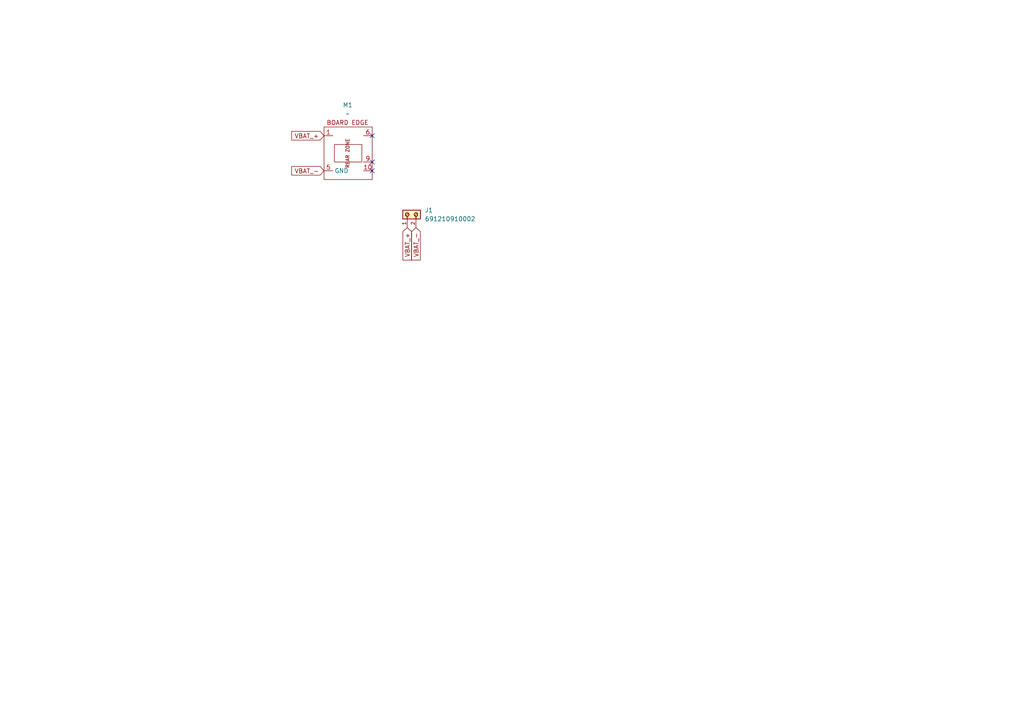
<source format=kicad_sch>
(kicad_sch (version 20250114) (generator "eeschema") (generator_version "9.0")
  (paper "A4")
  (lib_symbols
    (symbol "691210910002:691210910002" (pin_names (offset 1.016))
      (property "Reference" "J" (at -4.88 -0.922 0))
      (property "Value" "691210910002" (at -4.83 -2.58 0))
      (symbol "691210910002_0_0"
        (rectangle (start -3.81 -2.54) (end 1.27 0) (stroke (width 0.254)) (fill (type background)))
        (circle (center -2.54 -1.27) (radius 0.508) (stroke (width 0.254)))
        (polyline (pts (xy -2.54 -1.778) (xy -2.54 -2.54)) (stroke (width 0.254)))
        (polyline (pts (xy -2.286 -1.016) (xy -2.794 -1.524)) (stroke (width 0.1524)))
        (circle (center 0 -1.27) (radius 0.508) (stroke (width 0.254)))
        (polyline (pts (xy 0 -1.778) (xy 0 -2.54)) (stroke (width 0.254)))
        (polyline (pts (xy 0.254 -1.016) (xy -0.254 -1.524)) (stroke (width 0.1524)))
        (pin passive line (at -2.54 -5.08 90) (length 2.54) (name "~") (number "1"))
        (pin passive line (at 0 -5.08 90) (length 2.54) (name "~") (number "2"))
      )
    )
    (symbol "MegaCastle:MegaCastle2x5-Module-I7.0x7.9-M8CC-EDGE"
      (property "Reference" "M" (at 0 -10.16 0))
      (symbol "MegaCastle2x5-Module-I7.0x7.9-M8CC-EDGE_0_1"
        (rectangle (start -6.35 7.62) (end 7.62 -7.62))
        (rectangle (start -3.35 2.54) (end 4.62 -2.54))
      )
      (symbol "MegaCastle2x5-Module-I7.0x7.9-M8CC-EDGE_1_1"
        (text " BOARD EDGE" (at 0 8.89 0) (effects (font (size 1.27 1.27))))
        (text "REAR ZONE" (at 0.5 0 900) (effects (font (size 1 1))))
        (pin bidirectional line (at -6.35 5.08 0) (length 2.54) (name "") (number "1"))
        (pin bidirectional line (at -6.35 -5.08 0) (length 2.54) (name "GND") (number "5"))
        (pin bidirectional line (at 7.62 5.08 180) (length 2.54) (name "") (number "6"))
        (pin bidirectional line (at 7.62 -2.54 180) (length 2.54) (name "") (number "9"))
        (pin bidirectional line (at 7.62 -5.08 180) (length 2.54) (name "") (number "10"))
      )
    )
  )
  (no_connect (at 107.95 46.99))
  (no_connect (at 107.95 39.37))
  (no_connect (at 107.95 49.53))
  (global_label "VBAT_+" (shape input) (at 93.98 39.37 180) (property "Intersheetrefs" "${INTERSHEET_REFS}" (effects (hide yes))))
  (global_label "VBAT_-" (shape input) (at 93.98 49.53 180) (property "Intersheetrefs" "${INTERSHEET_REFS}" (effects (hide yes))))
  (global_label "VBAT_-" (shape input) (at 120.65 66.04 270) (property "Intersheetrefs" "${INTERSHEET_REFS}" (effects (hide yes))))
  (global_label "VBAT_+" (shape input) (at 118.11 66.04 270) (property "Intersheetrefs" "${INTERSHEET_REFS}" (effects (hide yes))))
  (symbol (lib_id "MegaCastle:MegaCastle2x5-Module-I7.0x7.9-M8CC-EDGE") (at 100.33 44.45 0) (unit 1)
    (property "Reference" "M1" (at 100.8338 30.48 0))
    (property "Value" "~" (at 100.8338 33.02 0))
    (property "Footprint" "MegaCastle:MegaCastle2x5-Module-I15.0x7.9-M8CC-SPAREPAD" (effects (hide yes)))
    (property "Description" "Generated using footprint-gen .. 7 8 5 M8CC" (effects (hide yes)))
  )
  (symbol (lib_id "691210910002:691210910002") (at 120.65 60.96 0) (unit 1)
    (property "Reference" "J1" (at 123.19 60.9599 0) (effects (justify left)))
    (property "Value" "691210910002" (at 123.19 63.4999 0) (effects (justify left)))
    (property "Footprint" "MegaCastle:691210910002" (effects (hide yes)))
    (property "WIRE" "30 to 18 (AWG) 0.0509 to 0.823 (mm²)" (effects (hide yes)))
    (property "MOUNT" "THT" (effects (hide yes)))
    (property "IR-UL" "6A" (effects (hide yes)))
    (property "WORKING-VOLTAGE-UL" "150V (AC)" (effects (hide yes)))
    (property "PART-NUMBER" "691210910002" (effects (hide yes)))
    (property "DATASHEET-URL" "https://www.we-online.com/redexpert/spec/691210910002?ae" (effects (hide yes)))
    (property "PITCH" "2.54mm" (effects (hide yes)))
    (property "PINS" "2" (effects (hide yes)))
    (property "TYPE" "Horizontal" (effects (hide yes)))
  )
)
</source>
